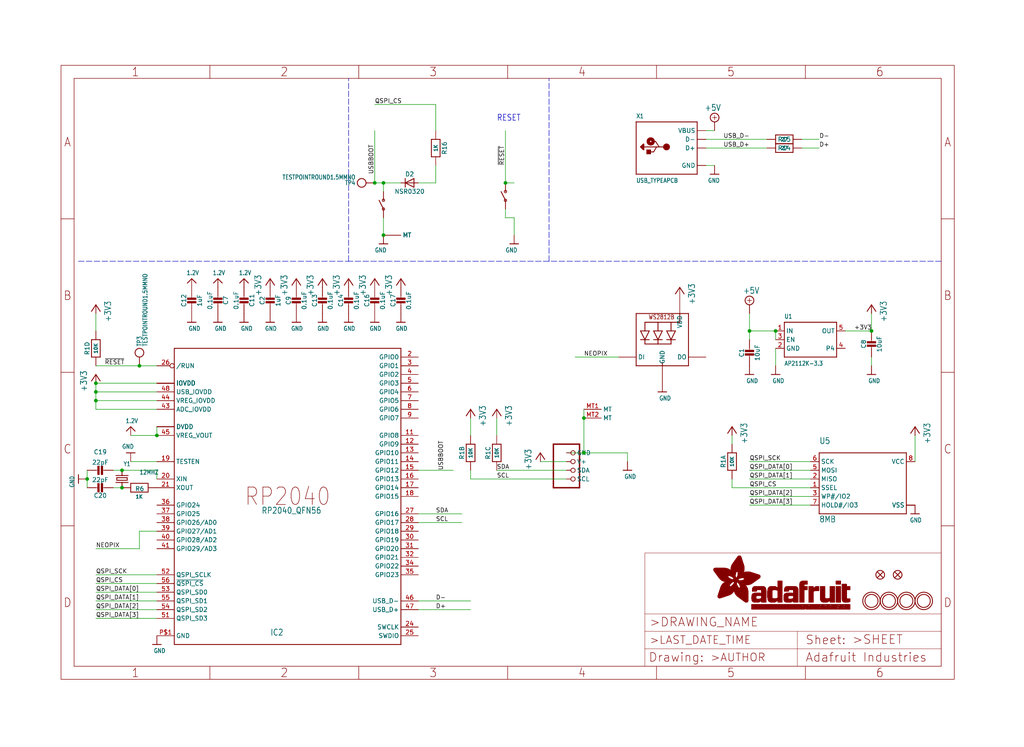
<source format=kicad_sch>
(kicad_sch (version 20211123) (generator eeschema)
  (paper "User" 298.45 217.881)
  (lib_symbols
    (symbol "eagleSchem-eagle-import:+3V3" (power)
      (property "Value" "+3V3" (at -2.54 -5.08 90))
      (symbol "+3V3_1_0"
        (pin power_in line (at 0 -2.54 90) (length 2.54) (name "+3V3") (number "1"))
      )
    )
    (symbol "eagleSchem-eagle-import:+5V" (power)
      (property "Value" "+5V" (at -1.905 3.175 0))
      (symbol "+5V_1_0"
        (pin power_in line (at 0 -2.54 90) (length 2.54) (name "+5V") (number "1"))
      )
    )
    (symbol "eagleSchem-eagle-import:1.2V" (power)
      (property "Value" "1.2V" (at -1.524 1.016 0))
      (symbol "1.2V_1_0"
        (pin power_in line (at 0 -2.54 90) (length 2.54) (name "1.2V") (number "1"))
      )
    )
    (symbol "eagleSchem-eagle-import:CAP_CERAMIC0603_NO"
      (property "Reference" "C" (at -2.29 1.25 90))
      (property "Value" "CAP_CERAMIC0603_NO" (at 2.3 1.25 90))
      (symbol "CAP_CERAMIC0603_NO_1_0"
        (pin passive line (at 0 5.08 270) (length 2.54) (name "1") (number "1"))
        (pin passive line (at 0 -2.54 90) (length 2.54) (name "2") (number "2"))
      )
    )
    (symbol "eagleSchem-eagle-import:CAP_CERAMIC0805-NOOUTLINE"
      (property "Reference" "C" (at -2.29 1.25 90))
      (property "Value" "CAP_CERAMIC0805-NOOUTLINE" (at 2.3 1.25 90))
      (symbol "CAP_CERAMIC0805-NOOUTLINE_1_0"
        (pin passive line (at 0 5.08 270) (length 2.54) (name "1") (number "1"))
        (pin passive line (at 0 -2.54 90) (length 2.54) (name "2") (number "2"))
      )
    )
    (symbol "eagleSchem-eagle-import:CAP_CERAMIC_0603MP"
      (property "Reference" "C" (at -2.29 1.25 90))
      (property "Value" "CAP_CERAMIC_0603MP" (at 2.3 1.25 90))
      (symbol "CAP_CERAMIC_0603MP_1_0"
        (pin passive line (at 0 5.08 270) (length 2.54) (name "1") (number "1"))
        (pin passive line (at 0 -2.54 90) (length 2.54) (name "2") (number "2"))
      )
    )
    (symbol "eagleSchem-eagle-import:CRYSTAL2.5X2.0"
      (property "Reference" "Y" (at -2.54 2.54 0))
      (property "Value" "CRYSTAL2.5X2.0" (at -2.54 -3.81 0))
      (symbol "CRYSTAL2.5X2.0_1_0"
        (pin passive line (at -2.54 0 0) (length 0) (name "1") (number "1"))
        (pin passive line (at 2.54 0 180) (length 0) (name "2") (number "3"))
      )
    )
    (symbol "eagleSchem-eagle-import:DIODE_SOD323MINI"
      (property "Reference" "D" (at 0 2.54 0))
      (property "Value" "DIODE_SOD323MINI" (at 0 -2.5 0))
      (symbol "DIODE_SOD323MINI_1_0"
        (pin passive line (at -2.54 0 0) (length 2.54) (name "A") (number "A"))
        (pin passive line (at 2.54 0 180) (length 2.54) (name "C") (number "C"))
      )
    )
    (symbol "eagleSchem-eagle-import:FIDUCIAL_1MM")
    (symbol "eagleSchem-eagle-import:FRAME_A4_ADAFRUIT"
      (symbol "FRAME_A4_ADAFRUIT_0_0"
        (text "1" (at 21.6958 1.905 0) (effects (font (size 2.54 2.286))))
        (text "1" (at 21.6958 177.165 0) (effects (font (size 2.54 2.286))))
        (text "2" (at 65.0875 1.905 0) (effects (font (size 2.54 2.286))))
        (text "2" (at 65.0875 177.165 0) (effects (font (size 2.54 2.286))))
        (text "3" (at 108.4792 1.905 0) (effects (font (size 2.54 2.286))))
        (text "3" (at 108.4792 177.165 0) (effects (font (size 2.54 2.286))))
        (text "4" (at 151.8708 1.905 0) (effects (font (size 2.54 2.286))))
        (text "4" (at 151.8708 177.165 0) (effects (font (size 2.54 2.286))))
        (text "5" (at 195.2625 1.905 0) (effects (font (size 2.54 2.286))))
        (text "5" (at 195.2625 177.165 0) (effects (font (size 2.54 2.286))))
        (text "6" (at 238.6542 1.905 0) (effects (font (size 2.54 2.286))))
        (text "6" (at 238.6542 177.165 0) (effects (font (size 2.54 2.286))))
        (text "A" (at 1.905 156.6863 0) (effects (font (size 2.54 2.286))))
        (text "A" (at 258.445 156.6863 0) (effects (font (size 2.54 2.286))))
        (text "B" (at 1.905 111.9188 0) (effects (font (size 2.54 2.286))))
        (text "B" (at 258.445 111.9188 0) (effects (font (size 2.54 2.286))))
        (text "C" (at 1.905 67.1513 0) (effects (font (size 2.54 2.286))))
        (text "C" (at 258.445 67.1513 0) (effects (font (size 2.54 2.286))))
        (text "D" (at 1.905 22.3838 0) (effects (font (size 2.54 2.286))))
        (text "D" (at 258.445 22.3838 0) (effects (font (size 2.54 2.286))))
      )
      (symbol "FRAME_A4_ADAFRUIT_1_0"
        (text ">AUTHOR" (at 189.23 5.08 0) (effects (font (size 2.286 2.286)) (justify left bottom)))
        (text ">DRAWING_NAME" (at 171.45 15.24 0) (effects (font (size 2.54 2.54)) (justify left bottom)))
        (text ">LAST_DATE_TIME" (at 171.45 10.16 0) (effects (font (size 2.286 2.286)) (justify left bottom)))
        (text ">SHEET" (at 230.505 10.16 0) (effects (font (size 2.54 2.54)) (justify left bottom)))
        (text "Adafruit Industries" (at 216.916 4.953 0) (effects (font (size 2.54 2.54)) (justify left bottom)))
        (text "Drawing:" (at 171.196 4.953 0) (effects (font (size 2.54 2.54)) (justify left bottom)))
        (text "Sheet:" (at 216.916 10.033 0) (effects (font (size 2.54 2.54)) (justify left bottom)))
      )
    )
    (symbol "eagleSchem-eagle-import:GND" (power)
      (property "Value" "GND" (at -1.524 -2.54 0))
      (symbol "GND_1_0"
        (pin power_in line (at 0 2.54 270) (length 2.54) (name "GND") (number "1"))
      )
    )
    (symbol "eagleSchem-eagle-import:MOUNTINGHOLE2.5")
    (symbol "eagleSchem-eagle-import:RESISTOR_0603_NOOUT"
      (property "Reference" "R" (at 0 2.54 0))
      (property "Value" "RESISTOR_0603_NOOUT" (at 0 0 0))
      (symbol "RESISTOR_0603_NOOUT_1_0"
        (pin passive line (at -5.08 0 0) (length 2.54) (name "1") (number "1"))
        (pin passive line (at 5.08 0 180) (length 2.54) (name "2") (number "2"))
      )
    )
    (symbol "eagleSchem-eagle-import:RESISTOR_4PACK"
      (property "Reference" "R" (at 0 2.54 0))
      (property "Value" "RESISTOR_4PACK" (at 0 0 0))
      (symbol "RESISTOR_4PACK_1_0"
        (pin passive line (at -5.08 0 0) (length 2.54) (name "1") (number "1"))
        (pin passive line (at 5.08 0 180) (length 2.54) (name "2") (number "8"))
      )
      (symbol "RESISTOR_4PACK_2_0"
        (pin passive line (at -5.08 0 0) (length 2.54) (name "1") (number "2"))
        (pin passive line (at 5.08 0 180) (length 2.54) (name "2") (number "7"))
      )
      (symbol "RESISTOR_4PACK_3_0"
        (pin passive line (at -5.08 0 0) (length 2.54) (name "1") (number "3"))
        (pin passive line (at 5.08 0 180) (length 2.54) (name "2") (number "6"))
      )
      (symbol "RESISTOR_4PACK_4_0"
        (pin passive line (at -5.08 0 0) (length 2.54) (name "1") (number "4"))
        (pin passive line (at 5.08 0 180) (length 2.54) (name "2") (number "5"))
      )
    )
    (symbol "eagleSchem-eagle-import:RP2040_QFN56"
      (property "Reference" "IC" (at -5.08 -40.64 0))
      (property "Value" "RP2040_QFN56" (at -27.94 45.72 0))
      (symbol "RP2040_QFN56_1_0"
        (text "RP2040" (at 0 0 0) (effects (font (size 5.08 4.318))))
        (pin power_in line (at -38.1 33.02 0) (length 5.08) (name "IOVDD") (number "1"))
        (pin power_in line (at -38.1 33.02 0) (length 5.08) (name "IOVDD") (number "10"))
        (pin bidirectional line (at 38.1 17.78 180) (length 5.08) (name "GPIO8") (number "11"))
        (pin bidirectional line (at 38.1 15.24 180) (length 5.08) (name "GPIO9") (number "12"))
        (pin bidirectional line (at 38.1 12.7 180) (length 5.08) (name "GPIO10") (number "13"))
        (pin bidirectional line (at 38.1 10.16 180) (length 5.08) (name "GPIO11") (number "14"))
        (pin bidirectional line (at 38.1 7.62 180) (length 5.08) (name "GPIO12") (number "15"))
        (pin bidirectional line (at 38.1 5.08 180) (length 5.08) (name "GPIO13") (number "16"))
        (pin bidirectional line (at 38.1 2.54 180) (length 5.08) (name "GPIO14") (number "17"))
        (pin bidirectional line (at 38.1 0 180) (length 5.08) (name "GPIO15") (number "18"))
        (pin input line (at -38.1 10.16 0) (length 5.08) (name "TESTEN") (number "19"))
        (pin bidirectional line (at 38.1 40.64 180) (length 5.08) (name "GPIO0") (number "2"))
        (pin input line (at -38.1 5.08 0) (length 5.08) (name "XIN") (number "20"))
        (pin output line (at -38.1 2.54 0) (length 5.08) (name "XOUT") (number "21"))
        (pin power_in line (at -38.1 33.02 0) (length 5.08) (name "IOVDD") (number "22"))
        (pin power_in line (at -38.1 20.32 0) (length 5.08) (name "DVDD") (number "23"))
        (pin bidirectional line (at 38.1 -38.1 180) (length 5.08) (name "SWCLK") (number "24"))
        (pin bidirectional line (at 38.1 -40.64 180) (length 5.08) (name "SWDIO") (number "25"))
        (pin bidirectional inverted (at -38.1 38.1 0) (length 5.08) (name "/RUN") (number "26"))
        (pin bidirectional line (at 38.1 -5.08 180) (length 5.08) (name "GPIO16") (number "27"))
        (pin bidirectional line (at 38.1 -7.62 180) (length 5.08) (name "GPIO17") (number "28"))
        (pin bidirectional line (at 38.1 -10.16 180) (length 5.08) (name "GPIO18") (number "29"))
        (pin bidirectional line (at 38.1 38.1 180) (length 5.08) (name "GPIO1") (number "3"))
        (pin bidirectional line (at 38.1 -12.7 180) (length 5.08) (name "GPIO19") (number "30"))
        (pin bidirectional line (at 38.1 -15.24 180) (length 5.08) (name "GPIO20") (number "31"))
        (pin bidirectional line (at 38.1 -17.78 180) (length 5.08) (name "GPIO21") (number "32"))
        (pin power_in line (at -38.1 33.02 0) (length 5.08) (name "IOVDD") (number "33"))
        (pin bidirectional line (at 38.1 -20.32 180) (length 5.08) (name "GPIO22") (number "34"))
        (pin bidirectional line (at 38.1 -22.86 180) (length 5.08) (name "GPIO23") (number "35"))
        (pin bidirectional line (at -38.1 -2.54 0) (length 5.08) (name "GPIO24") (number "36"))
        (pin bidirectional line (at -38.1 -5.08 0) (length 5.08) (name "GPIO25") (number "37"))
        (pin bidirectional line (at -38.1 -7.62 0) (length 5.08) (name "GPIO26/AD0") (number "38"))
        (pin bidirectional line (at -38.1 -10.16 0) (length 5.08) (name "GPIO27/AD1") (number "39"))
        (pin bidirectional line (at 38.1 35.56 180) (length 5.08) (name "GPIO2") (number "4"))
        (pin bidirectional line (at -38.1 -12.7 0) (length 5.08) (name "GPIO28/AD2") (number "40"))
        (pin bidirectional line (at -38.1 -15.24 0) (length 5.08) (name "GPIO29/AD3") (number "41"))
        (pin power_in line (at -38.1 33.02 0) (length 5.08) (name "IOVDD") (number "42"))
        (pin power_in line (at -38.1 25.4 0) (length 5.08) (name "ADC_IOVDD") (number "43"))
        (pin power_in line (at -38.1 27.94 0) (length 5.08) (name "VREG_IOVDD") (number "44"))
        (pin power_in line (at -38.1 17.78 0) (length 5.08) (name "VREG_VOUT") (number "45"))
        (pin bidirectional line (at 38.1 -30.48 180) (length 5.08) (name "USB_D-") (number "46"))
        (pin bidirectional line (at 38.1 -33.02 180) (length 5.08) (name "USB_D+") (number "47"))
        (pin power_in line (at -38.1 30.48 0) (length 5.08) (name "USB_IOVDD") (number "48"))
        (pin power_in line (at -38.1 33.02 0) (length 5.08) (name "IOVDD") (number "49"))
        (pin bidirectional line (at 38.1 33.02 180) (length 5.08) (name "GPIO3") (number "5"))
        (pin power_in line (at -38.1 20.32 0) (length 5.08) (name "DVDD") (number "50"))
        (pin bidirectional line (at -38.1 -35.56 0) (length 5.08) (name "QSPI_SD3") (number "51"))
        (pin bidirectional line (at -38.1 -22.86 0) (length 5.08) (name "QSPI_SCLK") (number "52"))
        (pin bidirectional line (at -38.1 -27.94 0) (length 5.08) (name "QSPI_SD0") (number "53"))
        (pin bidirectional line (at -38.1 -33.02 0) (length 5.08) (name "QSPI_SD2") (number "54"))
        (pin bidirectional line (at -38.1 -30.48 0) (length 5.08) (name "QSPI_SD1") (number "55"))
        (pin bidirectional line (at -38.1 -25.4 0) (length 5.08) (name "~{QSPI_CS}") (number "56"))
        (pin bidirectional line (at 38.1 30.48 180) (length 5.08) (name "GPIO4") (number "6"))
        (pin bidirectional line (at 38.1 27.94 180) (length 5.08) (name "GPIO5") (number "7"))
        (pin bidirectional line (at 38.1 25.4 180) (length 5.08) (name "GPIO6") (number "8"))
        (pin bidirectional line (at 38.1 22.86 180) (length 5.08) (name "GPIO7") (number "9"))
        (pin power_in line (at -38.1 -40.64 0) (length 5.08) (name "GND") (number "P$1"))
      )
    )
    (symbol "eagleSchem-eagle-import:SPIFLASH_8PIN_4X4"
      (property "Reference" "U" (at -12.7 12.7 0))
      (property "Value" "SPIFLASH_8PIN_4X4" (at -12.7 -10.16 0))
      (symbol "SPIFLASH_8PIN_4X4_1_0"
        (pin bidirectional line (at -15.24 0 0) (length 2.54) (name "SSEL") (number "1"))
        (pin bidirectional line (at -15.24 2.54 0) (length 2.54) (name "MISO") (number "2"))
        (pin bidirectional line (at -15.24 -2.54 0) (length 2.54) (name "WP#/IO2") (number "3"))
        (pin bidirectional line (at 15.24 -5.08 180) (length 2.54) (name "VSS") (number "4"))
        (pin bidirectional line (at -15.24 5.08 0) (length 2.54) (name "MOSI") (number "5"))
        (pin bidirectional line (at -15.24 7.62 0) (length 2.54) (name "SCK") (number "6"))
        (pin bidirectional line (at -15.24 -5.08 0) (length 2.54) (name "HOLD#/IO3") (number "7"))
        (pin bidirectional line (at 15.24 7.62 180) (length 2.54) (name "VCC") (number "8"))
        (pin bidirectional line (at 15.24 -5.08 180) (length 2.54) (name "VSS") (number "PAD"))
      )
    )
    (symbol "eagleSchem-eagle-import:STEMMA_I2C_QTSKINNY"
      (symbol "STEMMA_I2C_QTSKINNY_1_0"
        (pin passive inverted (at 0 5.08 0) (length 2.54) (name "GND") (number "1"))
        (pin passive inverted (at 0 2.54 0) (length 2.54) (name "V+") (number "2"))
        (pin passive inverted (at 0 0 0) (length 2.54) (name "SDA") (number "3"))
        (pin passive inverted (at 0 -2.54 0) (length 2.54) (name "SCL") (number "4"))
      )
      (symbol "STEMMA_I2C_QTSKINNY_2_0"
        (pin bidirectional line (at 0 0 0) (length 5.08) (name "MT") (number "MT1"))
      )
      (symbol "STEMMA_I2C_QTSKINNY_3_0"
        (pin bidirectional line (at 0 0 0) (length 5.08) (name "MT") (number "MT2"))
      )
    )
    (symbol "eagleSchem-eagle-import:SWITCH_SPST_TACT_RA"
      (symbol "SWITCH_SPST_TACT_RA_1_0"
        (pin passive line (at -5.08 0 0) (length 2.54) (name "P") (number "1"))
        (pin passive line (at 2.54 0 180) (length 2.54) (name "S") (number "2"))
      )
      (symbol "SWITCH_SPST_TACT_RA_2_0"
        (pin bidirectional line (at 0 0 0) (length 5.08) (name "MT") (number "MT1"))
        (pin bidirectional line (at 0 0 0) (length 5.08) (name "MT") (number "MT2"))
      )
    )
    (symbol "eagleSchem-eagle-import:TESTPOINTROUND1.5MMNO"
      (property "Reference" "TP" (at 0 5.588 90))
      (property "Value" "TESTPOINTROUND1.5MMNO" (at 1.651 5.588 90))
      (symbol "TESTPOINTROUND1.5MMNO_1_0"
        (pin bidirectional line (at 0 0 90) (length 2.54) (name "P$1") (number "P$1"))
      )
    )
    (symbol "eagleSchem-eagle-import:USB_TYPEAPCB"
      (property "Reference" "X" (at -10.16 8.636 0))
      (property "Value" "USB_TYPEAPCB" (at -10.16 -10.16 0))
      (symbol "USB_TYPEAPCB_1_0"
        (pin power_in line (at 10.16 -5.08 180) (length 2.54) (name "GND") (number "GND"))
        (pin bidirectional line (at 10.16 2.54 180) (length 2.54) (name "D-") (number "USB_NEG"))
        (pin bidirectional line (at 10.16 0 180) (length 2.54) (name "D+") (number "USB_PLUS"))
        (pin power_in line (at 10.16 5.08 180) (length 2.54) (name "VBUS") (number "VCC"))
      )
    )
    (symbol "eagleSchem-eagle-import:VREG_SOT23-5"
      (property "Reference" "U" (at -7.62 6.096 0))
      (property "Value" "VREG_SOT23-5" (at -7.62 -7.62 0))
      (symbol "VREG_SOT23-5_1_0"
        (pin power_in line (at -10.16 2.54 0) (length 2.54) (name "IN") (number "1"))
        (pin power_in line (at -10.16 -2.54 0) (length 2.54) (name "GND") (number "2"))
        (pin input line (at -10.16 0 0) (length 2.54) (name "EN") (number "3"))
        (pin bidirectional line (at 10.16 -2.54 180) (length 2.54) (name "P4") (number "4"))
        (pin power_in line (at 10.16 2.54 180) (length 2.54) (name "OUT") (number "5"))
      )
    )
    (symbol "eagleSchem-eagle-import:WS2812B_SK6805_1515"
      (symbol "WS2812B_SK6805_1515_1_0"
        (text "WS2812B" (at -4.064 8.382 0) (effects (font (size 1.27 1.0795)) (justify left bottom)))
        (pin input line (at -12.7 -2.54 0) (length 5.08) (name "DI") (number "1"))
        (pin power_in line (at 5.08 15.24 270) (length 5.08) (name "VDD") (number "2"))
        (pin output line (at 12.7 -2.54 180) (length 5.08) (name "DO") (number "3"))
        (pin power_in line (at 0 -10.16 90) (length 5.08) (name "GND") (number "4"))
      )
    )
  )
  (junction (at 109.22 53.34))
  (junction (at 40.64 106.68))
  (junction (at 27.94 114.3))
  (junction (at 254 96.52))
  (junction (at 27.94 116.84))
  (junction (at 111.76 68.58))
  (junction (at 27.94 111.76))
  (junction (at 170.18 121.92))
  (junction (at 147.32 53.34))
  (junction (at 170.18 132.08))
  (junction (at 35.56 142.24))
  (junction (at 218.44 96.52))
  (junction (at 226.06 96.52))
  (junction (at 45.72 127))
  (junction (at 35.56 137.16))
  (junction (at 25.4 139.7))
  (junction (at 111.76 53.34))
  (polyline (pts (xy 160.02 76.2) (xy 160.02 22.86)))
  (wire (pts (xy 111.76 55.88) (xy 111.76 53.34)))
  (wire (pts (xy 170.18 121.92) (xy 170.18 132.08)))
  (wire (pts (xy 236.22 134.62) (xy 218.44 134.62)))
  (wire (pts (xy 165.1 139.7) (xy 137.16 139.7)))
  (polyline (pts (xy 274.32 76.2) (xy 160.02 76.2)))
  (wire (pts (xy 25.4 139.7) (xy 25.4 137.16)))
  (wire (pts (xy 236.22 139.7) (xy 218.44 139.7)))
  (wire (pts (xy 213.36 139.7) (xy 213.36 142.24)))
  (wire (pts (xy 218.44 96.52) (xy 226.06 96.52)))
  (wire (pts (xy 127 38.1) (xy 127 30.48)))
  (wire (pts (xy 147.32 63.5) (xy 149.86 63.5)))
  (wire (pts (xy 27.94 116.84) (xy 27.94 114.3)))
  (wire (pts (xy 40.64 106.68) (xy 27.94 106.68)))
  (wire (pts (xy 149.86 53.34) (xy 147.32 53.34)))
  (wire (pts (xy 137.16 139.7) (xy 137.16 137.16)))
  (wire (pts (xy 182.88 132.08) (xy 182.88 134.62)))
  (wire (pts (xy 45.72 119.38) (xy 27.94 119.38)))
  (wire (pts (xy 127 30.48) (xy 109.22 30.48)))
  (wire (pts (xy 27.94 119.38) (xy 27.94 116.84)))
  (wire (pts (xy 213.36 142.24) (xy 236.22 142.24)))
  (wire (pts (xy 45.72 167.64) (xy 27.94 167.64)))
  (wire (pts (xy 45.72 170.18) (xy 27.94 170.18)))
  (wire (pts (xy 45.72 114.3) (xy 27.94 114.3)))
  (polyline (pts (xy 22.86 76.2) (xy 101.6 76.2)))
  (wire (pts (xy 121.92 152.4) (xy 134.62 152.4)))
  (wire (pts (xy 35.56 137.16) (xy 33.02 137.16)))
  (wire (pts (xy 226.06 101.6) (xy 226.06 106.68)))
  (wire (pts (xy 45.72 116.84) (xy 27.94 116.84)))
  (wire (pts (xy 40.64 160.02) (xy 27.94 160.02)))
  (wire (pts (xy 27.94 114.3) (xy 27.94 111.76)))
  (wire (pts (xy 147.32 53.34) (xy 147.32 38.1)))
  (wire (pts (xy 121.92 53.34) (xy 127 53.34)))
  (wire (pts (xy 223.52 40.64) (xy 205.74 40.64)))
  (wire (pts (xy 27.94 177.8) (xy 45.72 177.8)))
  (wire (pts (xy 38.1 127) (xy 45.72 127)))
  (wire (pts (xy 45.72 134.62) (xy 38.1 134.62)))
  (wire (pts (xy 109.22 53.34) (xy 111.76 53.34)))
  (wire (pts (xy 121.92 177.8) (xy 137.16 177.8)))
  (wire (pts (xy 246.38 96.52) (xy 254 96.52)))
  (wire (pts (xy 45.72 111.76) (xy 27.94 111.76)))
  (wire (pts (xy 27.94 175.26) (xy 45.72 175.26)))
  (wire (pts (xy 254 91.44) (xy 254 96.52)))
  (wire (pts (xy 111.76 53.34) (xy 116.84 53.34)))
  (wire (pts (xy 165.1 132.08) (xy 170.18 132.08)))
  (wire (pts (xy 27.94 180.34) (xy 45.72 180.34)))
  (wire (pts (xy 27.94 172.72) (xy 45.72 172.72)))
  (wire (pts (xy 170.18 132.08) (xy 182.88 132.08)))
  (polyline (pts (xy 160.02 76.2) (xy 101.6 76.2)))
  (wire (pts (xy 45.72 137.16) (xy 45.72 139.7)))
  (wire (pts (xy 205.74 38.1) (xy 208.28 38.1)))
  (wire (pts (xy 170.18 119.38) (xy 170.18 121.92)))
  (wire (pts (xy 226.06 99.06) (xy 226.06 96.52)))
  (wire (pts (xy 27.94 91.44) (xy 27.94 96.52)))
  (wire (pts (xy 233.68 43.18) (xy 238.76 43.18)))
  (wire (pts (xy 213.36 127) (xy 213.36 129.54)))
  (wire (pts (xy 205.74 48.26) (xy 208.28 48.26)))
  (wire (pts (xy 111.76 63.5) (xy 111.76 68.58)))
  (wire (pts (xy 40.64 154.94) (xy 40.64 160.02)))
  (wire (pts (xy 165.1 134.62) (xy 157.48 134.62)))
  (wire (pts (xy 137.16 121.92) (xy 137.16 127)))
  (wire (pts (xy 109.22 53.34) (xy 109.22 38.1)))
  (wire (pts (xy 165.1 137.16) (xy 144.78 137.16)))
  (wire (pts (xy 218.44 91.44) (xy 218.44 96.52)))
  (wire (pts (xy 254 106.68) (xy 254 104.14)))
  (wire (pts (xy 121.92 149.86) (xy 134.62 149.86)))
  (wire (pts (xy 149.86 63.5) (xy 149.86 68.58)))
  (wire (pts (xy 236.22 144.78) (xy 218.44 144.78)))
  (wire (pts (xy 121.92 175.26) (xy 137.16 175.26)))
  (polyline (pts (xy 101.6 76.2) (xy 101.6 22.86)))
  (wire (pts (xy 45.72 154.94) (xy 40.64 154.94)))
  (wire (pts (xy 35.56 137.16) (xy 45.72 137.16)))
  (wire (pts (xy 218.44 99.06) (xy 218.44 96.52)))
  (wire (pts (xy 127 53.34) (xy 127 48.26)))
  (wire (pts (xy 218.44 147.32) (xy 236.22 147.32)))
  (wire (pts (xy 33.02 142.24) (xy 35.56 142.24)))
  (wire (pts (xy 180.34 104.14) (xy 167.64 104.14)))
  (wire (pts (xy 25.4 142.24) (xy 25.4 139.7)))
  (wire (pts (xy 205.74 43.18) (xy 223.52 43.18)))
  (wire (pts (xy 121.92 137.16) (xy 132.08 137.16)))
  (wire (pts (xy 45.72 124.46) (xy 45.72 127)))
  (wire (pts (xy 218.44 137.16) (xy 236.22 137.16)))
  (wire (pts (xy 45.72 106.68) (xy 40.64 106.68)))
  (wire (pts (xy 266.7 127) (xy 266.7 134.62)))
  (wire (pts (xy 144.78 121.92) (xy 144.78 127)))
  (wire (pts (xy 147.32 60.96) (xy 147.32 63.5)))
  (wire (pts (xy 238.76 40.64) (xy 233.68 40.64)))
  (text "RESET" (at 144.78 35.56 180) (effects (font (size 1.778 1.5113)) (justify left bottom)))
  (label "QSPI_DATA[2]" (at 218.44 144.78 0) (effects (font (size 1.2446 1.2446))))
  (label "NEOPIX" (at 27.94 160.02 0) (effects (font (size 1.2446 1.2446))))
  (label "QSPI_CS" (at 218.44 142.24 0) (effects (font (size 1.2446 1.2446))))
  (label "QSPI_DATA[3]" (at 27.94 180.34 0) (effects (font (size 1.2446 1.2446))))
  (label "QSPI_CS" (at 27.94 170.18 0) (effects (font (size 1.2446 1.2446))))
  (label "NEOPIX" (at 170.18 104.14 0) (effects (font (size 1.2446 1.2446))))
  (label "SCL" (at 144.78 139.7 0) (effects (font (size 1.2446 1.2446))))
  (label "QSPI_DATA[3]" (at 218.44 147.32 0) (effects (font (size 1.2446 1.2446))))
  (label "SDA" (at 127 149.86 0) (effects (font (size 1.2446 1.2446))))
  (label "D+" (at 127 177.8 0) (effects (font (size 1.2446 1.2446))))
  (label "USBBOOT" (at 109.22 50.8 90) (effects (font (size 1.2446 1.2446))))
  (label "QSPI_DATA[2]" (at 27.94 177.8 0) (effects (font (size 1.2446 1.2446))))
  (label "~{RESET}" (at 30.48 106.68 0) (effects (font (size 1.2446 1.2446))))
  (label "SDA" (at 144.78 137.16 0) (effects (font (size 1.2446 1.2446))))
  (label "USB_D+" (at 210.82 43.18 0) (effects (font (size 1.2446 1.2446))))
  (label "D+" (at 238.76 43.18 0) (effects (font (size 1.2446 1.2446))))
  (label "QSPI_DATA[0]" (at 27.94 172.72 0) (effects (font (size 1.2446 1.2446))))
  (label "USBBOOT" (at 129.54 137.16 90) (effects (font (size 1.2446 1.2446))))
  (label "QSPI_CS" (at 109.22 30.48 0) (effects (font (size 1.2446 1.2446))))
  (label "D-" (at 238.76 40.64 0) (effects (font (size 1.2446 1.2446))))
  (label "QSPI_SCK" (at 27.94 167.64 0) (effects (font (size 1.2446 1.2446))))
  (label "QSPI_SCK" (at 218.44 134.62 0) (effects (font (size 1.2446 1.2446))))
  (label "USB_D-" (at 210.82 40.64 0) (effects (font (size 1.2446 1.2446))))
  (label "+3V3" (at 248.92 96.52 0) (effects (font (size 1.2446 1.2446))))
  (label "QSPI_DATA[1]" (at 27.94 175.26 0) (effects (font (size 1.2446 1.2446))))
  (label "D-" (at 127 175.26 0) (effects (font (size 1.2446 1.2446))))
  (label "~{RESET}" (at 147.32 48.26 90) (effects (font (size 1.2446 1.2446))))
  (label "QSPI_DATA[0]" (at 218.44 137.16 0) (effects (font (size 1.2446 1.2446))))
  (label "QSPI_DATA[1]" (at 218.44 139.7 0) (effects (font (size 1.2446 1.2446))))
  (label "SCL" (at 127 152.4 0) (effects (font (size 1.2446 1.2446))))
  (symbol (lib_id "eagleSchem-eagle-import:+3V3") (at 86.36 81.28 0) (unit 1)
    (property "Reference" "#+3V11" (effects hide))
    (property "Value" "+3V3" (at 83.82 86.36 90) (effects (font (size 1.778 1.5113)) (justify left bottom)))
    (property "Footprint" "eagleSchem:" (effects hide))
  )
  (symbol (lib_id "eagleSchem-eagle-import:GND") (at 45.72 187.96 0) (mirror y) (unit 1)
    (property "Reference" "#GND16" (effects hide))
    (property "Value" "GND" (at 48.26 190.5 0) (effects (font (size 1.27 1.0795)) (justify left bottom)))
    (property "Footprint" "eagleSchem:" (effects hide))
  )
  (symbol (lib_id "eagleSchem-eagle-import:CAP_CERAMIC0603_NO") (at 71.12 86.36 180) (unit 1)
    (property "Reference" "C11" (at 73.41 87.61 90))
    (property "Value" "0.1uF" (at 68.82 87.61 90))
    (property "Footprint" "eagleSchem:0603-NO" (effects hide))
  )
  (symbol (lib_id "eagleSchem-eagle-import:GND") (at 93.98 93.98 0) (unit 1)
    (property "Reference" "#U$49" (effects hide))
    (property "Value" "GND" (at 92.456 96.52 0) (effects (font (size 1.27 1.0795)) (justify left bottom)))
    (property "Footprint" "eagleSchem:" (effects hide))
  )
  (symbol (lib_id "eagleSchem-eagle-import:RESISTOR_0603_NOOUT") (at 127 43.18 270) (unit 1)
    (property "Reference" "R16" (at 129.54 43.18 0))
    (property "Value" "1K" (at 127 43.18 0) (effects (font (size 1.016 1.016) bold)))
    (property "Footprint" "eagleSchem:0603-NO" (effects hide))
  )
  (symbol (lib_id "eagleSchem-eagle-import:RESISTOR_0603_NOOUT") (at 40.64 142.24 0) (unit 1)
    (property "Reference" "R6" (at 39.37 143.2814 0) (effects (justify left bottom)))
    (property "Value" "1K" (at 39.37 145.542 0) (effects (font (size 1.016 1.016) bold) (justify left bottom)))
    (property "Footprint" "eagleSchem:0603-NO" (effects hide))
  )
  (symbol (lib_id "eagleSchem-eagle-import:CAP_CERAMIC0603_NO") (at 78.74 88.9 0) (unit 1)
    (property "Reference" "C2" (at 76.45 87.65 90))
    (property "Value" "1uF" (at 81.04 87.65 90))
    (property "Footprint" "eagleSchem:0603-NO" (effects hide))
  )
  (symbol (lib_id "eagleSchem-eagle-import:GND") (at 86.36 93.98 0) (unit 1)
    (property "Reference" "#U$48" (effects hide))
    (property "Value" "GND" (at 84.836 96.52 0) (effects (font (size 1.27 1.0795)) (justify left bottom)))
    (property "Footprint" "eagleSchem:" (effects hide))
  )
  (symbol (lib_id "eagleSchem-eagle-import:+3V3") (at 198.12 83.82 0) (mirror y) (unit 1)
    (property "Reference" "#+3V2" (effects hide))
    (property "Value" "+3V3" (at 200.66 88.9 90) (effects (font (size 1.778 1.5113)) (justify left bottom)))
    (property "Footprint" "eagleSchem:" (effects hide))
  )
  (symbol (lib_id "eagleSchem-eagle-import:GND") (at 266.7 149.86 0) (unit 1)
    (property "Reference" "#U$26" (effects hide))
    (property "Value" "GND" (at 265.176 152.4 0) (effects (font (size 1.27 1.0795)) (justify left bottom)))
    (property "Footprint" "eagleSchem:" (effects hide))
  )
  (symbol (lib_id "eagleSchem-eagle-import:+3V3") (at 266.7 124.46 0) (mirror y) (unit 1)
    (property "Reference" "#+3V5" (effects hide))
    (property "Value" "+3V3" (at 269.24 129.54 90) (effects (font (size 1.778 1.5113)) (justify left bottom)))
    (property "Footprint" "eagleSchem:" (effects hide))
  )
  (symbol (lib_id "eagleSchem-eagle-import:+3V3") (at 27.94 109.22 0) (unit 1)
    (property "Reference" "#+3V6" (effects hide))
    (property "Value" "+3V3" (at 25.4 114.3 90) (effects (font (size 1.778 1.5113)) (justify left bottom)))
    (property "Footprint" "eagleSchem:" (effects hide))
  )
  (symbol (lib_id "eagleSchem-eagle-import:FIDUCIAL_1MM") (at 261.62 167.64 0) (unit 1)
    (property "Reference" "U$6" (effects hide))
    (property "Value" "FIDUCIAL_1MM" (effects hide))
    (property "Footprint" "eagleSchem:FIDUCIAL_1MM" (effects hide))
  )
  (symbol (lib_id "eagleSchem-eagle-import:CAP_CERAMIC0603_NO") (at 101.6 88.9 0) (unit 1)
    (property "Reference" "C14" (at 99.31 87.65 90))
    (property "Value" "0.1uF" (at 103.9 87.65 90))
    (property "Footprint" "eagleSchem:0603-NO" (effects hide))
  )
  (symbol (lib_id "eagleSchem-eagle-import:WS2812B_SK6805_1515") (at 193.04 101.6 0) (unit 1)
    (property "Reference" "LED1" (effects hide))
    (property "Value" "WS2812B_SK6805_1515" (effects hide))
    (property "Footprint" "eagleSchem:SK6805_1515" (effects hide))
  )
  (symbol (lib_id "eagleSchem-eagle-import:1.2V") (at 63.5 81.28 0) (unit 1)
    (property "Reference" "#U$43" (effects hide))
    (property "Value" "1.2V" (at 61.976 80.264 0) (effects (font (size 1.27 1.0795)) (justify left bottom)))
    (property "Footprint" "eagleSchem:" (effects hide))
  )
  (symbol (lib_id "eagleSchem-eagle-import:GND") (at 149.86 71.12 0) (unit 1)
    (property "Reference" "#GND4" (effects hide))
    (property "Value" "GND" (at 147.32 73.66 0) (effects (font (size 1.27 1.0795)) (justify left bottom)))
    (property "Footprint" "eagleSchem:" (effects hide))
  )
  (symbol (lib_id "eagleSchem-eagle-import:1.2V") (at 55.88 81.28 0) (unit 1)
    (property "Reference" "#U$46" (effects hide))
    (property "Value" "1.2V" (at 54.356 80.264 0) (effects (font (size 1.27 1.0795)) (justify left bottom)))
    (property "Footprint" "eagleSchem:" (effects hide))
  )
  (symbol (lib_id "eagleSchem-eagle-import:CAP_CERAMIC0603_NO") (at 55.88 88.9 0) (unit 1)
    (property "Reference" "C12" (at 53.59 87.65 90))
    (property "Value" "1uF" (at 58.18 87.65 90))
    (property "Footprint" "eagleSchem:0603-NO" (effects hide))
  )
  (symbol (lib_id "eagleSchem-eagle-import:GND") (at 182.88 137.16 0) (mirror y) (unit 1)
    (property "Reference" "#GND8" (effects hide))
    (property "Value" "GND" (at 185.42 139.7 0) (effects (font (size 1.27 1.0795)) (justify left bottom)))
    (property "Footprint" "eagleSchem:" (effects hide))
  )
  (symbol (lib_id "eagleSchem-eagle-import:+3V3") (at 254 88.9 0) (mirror y) (unit 1)
    (property "Reference" "#+3V1" (effects hide))
    (property "Value" "+3V3" (at 256.54 93.98 90) (effects (font (size 1.778 1.5113)) (justify left bottom)))
    (property "Footprint" "eagleSchem:" (effects hide))
  )
  (symbol (lib_id "eagleSchem-eagle-import:GND") (at 116.84 93.98 0) (unit 1)
    (property "Reference" "#U$53" (effects hide))
    (property "Value" "GND" (at 115.316 96.52 0) (effects (font (size 1.27 1.0795)) (justify left bottom)))
    (property "Footprint" "eagleSchem:" (effects hide))
  )
  (symbol (lib_id "eagleSchem-eagle-import:+3V3") (at 109.22 81.28 0) (unit 1)
    (property "Reference" "#+3V15" (effects hide))
    (property "Value" "+3V3" (at 106.68 86.36 90) (effects (font (size 1.778 1.5113)) (justify left bottom)))
    (property "Footprint" "eagleSchem:" (effects hide))
  )
  (symbol (lib_id "eagleSchem-eagle-import:GND") (at 63.5 93.98 0) (mirror y) (unit 1)
    (property "Reference" "#GND19" (effects hide))
    (property "Value" "GND" (at 66.04 96.52 0) (effects (font (size 1.27 1.0795)) (justify left bottom)))
    (property "Footprint" "eagleSchem:" (effects hide))
  )
  (symbol (lib_id "eagleSchem-eagle-import:RESISTOR_4PACK") (at 137.16 132.08 90) (unit 2)
    (property "Reference" "R1" (at 134.62 132.08 0))
    (property "Value" "10K" (at 137.16 132.08 0) (effects (font (size 1.016 1.016) bold)))
    (property "Footprint" "eagleSchem:RESPACK_4X0603" (effects hide))
  )
  (symbol (lib_id "eagleSchem-eagle-import:USB_TYPEAPCB") (at 195.58 43.18 0) (unit 1)
    (property "Reference" "X1" (at 185.42 34.544 0) (effects (font (size 1.27 1.0795)) (justify left bottom)))
    (property "Value" "USB_TYPEAPCB" (at 185.42 53.34 0) (effects (font (size 1.27 1.0795)) (justify left bottom)))
    (property "Footprint" "eagleSchem:USBA_PCB" (effects hide))
  )
  (symbol (lib_id "eagleSchem-eagle-import:FIDUCIAL_1MM") (at 256.54 167.64 0) (unit 1)
    (property "Reference" "U$8" (effects hide))
    (property "Value" "FIDUCIAL_1MM" (effects hide))
    (property "Footprint" "eagleSchem:FIDUCIAL_1MM" (effects hide))
  )
  (symbol (lib_id "eagleSchem-eagle-import:+3V3") (at 144.78 119.38 0) (mirror y) (unit 1)
    (property "Reference" "#+3V14" (effects hide))
    (property "Value" "+3V3" (at 147.32 124.46 90) (effects (font (size 1.778 1.5113)) (justify left bottom)))
    (property "Footprint" "eagleSchem:" (effects hide))
  )
  (symbol (lib_id "eagleSchem-eagle-import:CAP_CERAMIC_0603MP") (at 63.5 86.36 180) (unit 1)
    (property "Reference" "C7" (at 65.79 87.61 90))
    (property "Value" "0.1uF" (at 61.2 87.61 90))
    (property "Footprint" "eagleSchem:_0603MP" (effects hide))
  )
  (symbol (lib_id "eagleSchem-eagle-import:+3V3") (at 78.74 81.28 0) (unit 1)
    (property "Reference" "#+3V7" (effects hide))
    (property "Value" "+3V3" (at 76.2 86.36 90) (effects (font (size 1.778 1.5113)) (justify left bottom)))
    (property "Footprint" "eagleSchem:" (effects hide))
  )
  (symbol (lib_id "eagleSchem-eagle-import:GND") (at 226.06 109.22 0) (mirror y) (unit 1)
    (property "Reference" "#GND1" (effects hide))
    (property "Value" "GND" (at 228.6 111.76 0) (effects (font (size 1.27 1.0795)) (justify left bottom)))
    (property "Footprint" "eagleSchem:" (effects hide))
  )
  (symbol (lib_id "eagleSchem-eagle-import:MOUNTINGHOLE2.5") (at 269.24 175.26 0) (unit 1)
    (property "Reference" "U$5" (effects hide))
    (property "Value" "MOUNTINGHOLE2.5" (effects hide))
    (property "Footprint" "eagleSchem:MOUNTINGHOLE_2.5_PLATED" (effects hide))
  )
  (symbol (lib_id "eagleSchem-eagle-import:CAP_CERAMIC0603_NO") (at 109.22 88.9 0) (unit 1)
    (property "Reference" "C16" (at 106.93 87.65 90))
    (property "Value" "0.1uF" (at 111.52 87.65 90))
    (property "Footprint" "eagleSchem:0603-NO" (effects hide))
  )
  (symbol (lib_id "eagleSchem-eagle-import:1.2V") (at 71.12 81.28 0) (unit 1)
    (property "Reference" "#U$45" (effects hide))
    (property "Value" "1.2V" (at 69.596 80.264 0) (effects (font (size 1.27 1.0795)) (justify left bottom)))
    (property "Footprint" "eagleSchem:" (effects hide))
  )
  (symbol (lib_id "eagleSchem-eagle-import:SWITCH_SPST_TACT_RA") (at 147.32 55.88 90) (unit 1)
    (property "Reference" "SW2" (effects hide))
    (property "Value" "SWITCH_SPST_TACT_RA" (effects hide))
    (property "Footprint" "eagleSchem:SPST_TACTILE_RA" (effects hide))
  )
  (symbol (lib_id "eagleSchem-eagle-import:SWITCH_SPST_TACT_RA") (at 111.76 58.42 90) (unit 1)
    (property "Reference" "SW3" (effects hide))
    (property "Value" "SWITCH_SPST_TACT_RA" (effects hide))
    (property "Footprint" "eagleSchem:SPST_TACTILE_RA" (effects hide))
  )
  (symbol (lib_id "eagleSchem-eagle-import:+3V3") (at 116.84 81.28 0) (unit 1)
    (property "Reference" "#+3V16" (effects hide))
    (property "Value" "+3V3" (at 114.3 86.36 90) (effects (font (size 1.778 1.5113)) (justify left bottom)))
    (property "Footprint" "eagleSchem:" (effects hide))
  )
  (symbol (lib_id "eagleSchem-eagle-import:GND") (at 193.04 114.3 0) (mirror y) (unit 1)
    (property "Reference" "#GND6" (effects hide))
    (property "Value" "GND" (at 195.58 116.84 0) (effects (font (size 1.27 1.0795)) (justify left bottom)))
    (property "Footprint" "eagleSchem:" (effects hide))
  )
  (symbol (lib_id "eagleSchem-eagle-import:RESISTOR_0603_NOOUT") (at 228.6 40.64 0) (unit 1)
    (property "Reference" "R14" (at 228.6 43.18 0))
    (property "Value" "27" (at 228.6 40.64 0) (effects (font (size 1.016 1.016) bold)))
    (property "Footprint" "eagleSchem:0603-NO" (effects hide))
  )
  (symbol (lib_id "eagleSchem-eagle-import:CAP_CERAMIC0805-NOOUTLINE") (at 218.44 104.14 0) (unit 1)
    (property "Reference" "C1" (at 216.15 102.89 90))
    (property "Value" "10uF" (at 220.74 102.89 90))
    (property "Footprint" "eagleSchem:0805-NO" (effects hide))
  )
  (symbol (lib_id "eagleSchem-eagle-import:RESISTOR_4PACK") (at 213.36 134.62 90) (unit 1)
    (property "Reference" "R1" (at 210.82 134.62 0))
    (property "Value" "10K" (at 213.36 134.62 0) (effects (font (size 1.016 1.016) bold)))
    (property "Footprint" "eagleSchem:RESPACK_4X0603" (effects hide))
  )
  (symbol (lib_id "eagleSchem-eagle-import:CAP_CERAMIC0805-NOOUTLINE") (at 254 101.6 0) (unit 1)
    (property "Reference" "C8" (at 251.71 100.35 90))
    (property "Value" "10uF" (at 256.3 100.35 90))
    (property "Footprint" "eagleSchem:0805-NO" (effects hide))
  )
  (symbol (lib_id "eagleSchem-eagle-import:GND") (at 22.86 139.7 270) (mirror x) (unit 1)
    (property "Reference" "#GND14" (effects hide))
    (property "Value" "GND" (at 20.32 142.24 0) (effects (font (size 1.27 1.0795)) (justify left bottom)))
    (property "Footprint" "eagleSchem:" (effects hide))
  )
  (symbol (lib_id "eagleSchem-eagle-import:GND") (at 109.22 93.98 0) (unit 1)
    (property "Reference" "#U$52" (effects hide))
    (property "Value" "GND" (at 107.696 96.52 0) (effects (font (size 1.27 1.0795)) (justify left bottom)))
    (property "Footprint" "eagleSchem:" (effects hide))
  )
  (symbol (lib_id "eagleSchem-eagle-import:+5V") (at 208.28 35.56 0) (mirror y) (unit 1)
    (property "Reference" "#SUPPLY2" (effects hide))
    (property "Value" "+5V" (at 210.185 32.385 0) (effects (font (size 1.778 1.5113)) (justify left bottom)))
    (property "Footprint" "eagleSchem:" (effects hide))
  )
  (symbol (lib_id "eagleSchem-eagle-import:GND") (at 78.74 93.98 0) (unit 1)
    (property "Reference" "#U$3" (effects hide))
    (property "Value" "GND" (at 77.216 96.52 0) (effects (font (size 1.27 1.0795)) (justify left bottom)))
    (property "Footprint" "eagleSchem:" (effects hide))
  )
  (symbol (lib_id "eagleSchem-eagle-import:STEMMA_I2C_QTSKINNY") (at 170.18 119.38 0) (unit 2)
    (property "Reference" "CONN1" (effects hide))
    (property "Value" "STEMMA_I2C_QTSKINNY" (effects hide))
    (property "Footprint" "eagleSchem:JST_SH4_SKINNY" (effects hide))
  )
  (symbol (lib_id "eagleSchem-eagle-import:GND") (at 208.28 50.8 0) (mirror y) (unit 1)
    (property "Reference" "#U$41" (effects hide))
    (property "Value" "GND" (at 209.804 53.34 0) (effects (font (size 1.27 1.0795)) (justify left bottom)))
    (property "Footprint" "eagleSchem:" (effects hide))
  )
  (symbol (lib_id "eagleSchem-eagle-import:GND") (at 38.1 132.08 0) (mirror x) (unit 1)
    (property "Reference" "#GND13" (effects hide))
    (property "Value" "GND" (at 35.56 129.54 0) (effects (font (size 1.27 1.0795)) (justify left bottom)))
    (property "Footprint" "eagleSchem:" (effects hide))
  )
  (symbol (lib_id "eagleSchem-eagle-import:+3V3") (at 101.6 81.28 0) (unit 1)
    (property "Reference" "#+3V13" (effects hide))
    (property "Value" "+3V3" (at 99.06 86.36 90) (effects (font (size 1.778 1.5113)) (justify left bottom)))
    (property "Footprint" "eagleSchem:" (effects hide))
  )
  (symbol (lib_id "eagleSchem-eagle-import:TESTPOINTROUND1.5MMNO") (at 109.22 53.34 90) (unit 1)
    (property "Reference" "TP4" (at 103.632 53.34 90) (effects (font (size 1.27 1.0795)) (justify left)))
    (property "Value" "TESTPOINTROUND1.5MMNO" (at 103.632 51.689 90) (effects (font (size 1.27 1.0795)) (justify left)))
    (property "Footprint" "eagleSchem:TESTPOINT_ROUND_1.5MM_NO" (effects hide))
  )
  (symbol (lib_id "eagleSchem-eagle-import:GND") (at 254 109.22 0) (mirror y) (unit 1)
    (property "Reference" "#GND12" (effects hide))
    (property "Value" "GND" (at 256.54 111.76 0) (effects (font (size 1.27 1.0795)) (justify left bottom)))
    (property "Footprint" "eagleSchem:" (effects hide))
  )
  (symbol (lib_id "eagleSchem-eagle-import:CAP_CERAMIC0603_NO") (at 93.98 88.9 0) (unit 1)
    (property "Reference" "C13" (at 91.69 87.65 90))
    (property "Value" "0.1uF" (at 96.28 87.65 90))
    (property "Footprint" "eagleSchem:0603-NO" (effects hide))
  )
  (symbol (lib_id "eagleSchem-eagle-import:CAP_CERAMIC0603_NO") (at 116.84 88.9 0) (unit 1)
    (property "Reference" "C17" (at 114.55 87.65 90))
    (property "Value" "0.1uF" (at 119.14 87.65 90))
    (property "Footprint" "eagleSchem:0603-NO" (effects hide))
  )
  (symbol (lib_id "eagleSchem-eagle-import:GND") (at 218.44 109.22 0) (mirror y) (unit 1)
    (property "Reference" "#GND3" (effects hide))
    (property "Value" "GND" (at 220.98 111.76 0) (effects (font (size 1.27 1.0795)) (justify left bottom)))
    (property "Footprint" "eagleSchem:" (effects hide))
  )
  (symbol (lib_id "eagleSchem-eagle-import:+3V3") (at 27.94 88.9 0) (mirror y) (unit 1)
    (property "Reference" "#+3V3" (effects hide))
    (property "Value" "+3V3" (at 30.48 93.98 90) (effects (font (size 1.778 1.5113)) (justify left bottom)))
    (property "Footprint" "eagleSchem:" (effects hide))
  )
  (symbol (lib_id "eagleSchem-eagle-import:SPIFLASH_8PIN_4X4") (at 251.46 142.24 0) (unit 1)
    (property "Reference" "U5" (at 238.76 129.54 0) (effects (font (size 1.778 1.5113)) (justify left bottom)))
    (property "Value" "8MB" (at 238.76 152.4 0) (effects (font (size 1.778 1.5113)) (justify left bottom)))
    (property "Footprint" "eagleSchem:USON8_4X4" (effects hide))
  )
  (symbol (lib_id "eagleSchem-eagle-import:FRAME_A4_ADAFRUIT") (at 17.78 198.12 0) (unit 1)
    (property "Reference" "#U$42" (effects hide))
    (property "Value" "FRAME_A4_ADAFRUIT" (effects hide))
    (property "Footprint" "eagleSchem:" (effects hide))
  )
  (symbol (lib_id "eagleSchem-eagle-import:GND") (at 111.76 71.12 0) (unit 1)
    (property "Reference" "#GND23" (effects hide))
    (property "Value" "GND" (at 109.22 73.66 0) (effects (font (size 1.27 1.0795)) (justify left bottom)))
    (property "Footprint" "eagleSchem:" (effects hide))
  )
  (symbol (lib_id "eagleSchem-eagle-import:RESISTOR_0603_NOOUT") (at 228.6 43.18 0) (unit 1)
    (property "Reference" "R15" (at 228.6 40.64 0))
    (property "Value" "27" (at 228.6 43.18 0) (effects (font (size 1.016 1.016) bold)))
    (property "Footprint" "eagleSchem:0603-NO" (effects hide))
  )
  (symbol (lib_id "eagleSchem-eagle-import:MOUNTINGHOLE2.5") (at 254 175.26 0) (unit 1)
    (property "Reference" "U$1" (effects hide))
    (property "Value" "MOUNTINGHOLE2.5" (effects hide))
    (property "Footprint" "eagleSchem:MOUNTINGHOLE_2.5_PLATED" (effects hide))
  )
  (symbol (lib_id "eagleSchem-eagle-import:CAP_CERAMIC0603_NO") (at 30.48 137.16 90) (unit 1)
    (property "Reference" "C19" (at 29.23 131.83 90))
    (property "Value" "22pF" (at 29.23 134.86 90))
    (property "Footprint" "eagleSchem:0603-NO" (effects hide))
  )
  (symbol (lib_id "eagleSchem-eagle-import:SWITCH_SPST_TACT_RA") (at 111.76 68.58 0) (unit 2)
    (property "Reference" "SW3" (effects hide))
    (property "Value" "SWITCH_SPST_TACT_RA" (effects hide))
    (property "Footprint" "eagleSchem:SPST_TACTILE_RA" (effects hide))
  )
  (symbol (lib_id "eagleSchem-eagle-import:GND") (at 71.12 93.98 0) (mirror y) (unit 1)
    (property "Reference" "#GND20" (effects hide))
    (property "Value" "GND" (at 73.66 96.52 0) (effects (font (size 1.27 1.0795)) (justify left bottom)))
    (property "Footprint" "eagleSchem:" (effects hide))
  )
  (symbol (lib_id "eagleSchem-eagle-import:RP2040_QFN56") (at 83.82 144.78 0) (unit 1)
    (property "Reference" "IC2" (at 78.74 185.42 0) (effects (font (size 1.778 1.5113)) (justify left bottom)))
    (property "Value" "RP2040_QFN56" (at 76.2 149.86 0) (effects (font (size 1.778 1.5113)) (justify left bottom)))
    (property "Footprint" "eagleSchem:QFN56_7MM_REDUCEDEPAD" (effects hide))
  )
  (symbol (lib_id "eagleSchem-eagle-import:+3V3") (at 157.48 132.08 0) (unit 1)
    (property "Reference" "#+3V4" (effects hide))
    (property "Value" "+3V3" (at 154.94 137.16 90) (effects (font (size 1.778 1.5113)) (justify left bottom)))
    (property "Footprint" "eagleSchem:" (effects hide))
  )
  (symbol (lib_id "eagleSchem-eagle-import:DIODE_SOD323MINI") (at 119.38 53.34 0) (mirror y) (unit 1)
    (property "Reference" "D2" (at 119.38 50.8 0))
    (property "Value" "  NSR0320" (at 119.38 55.84 0))
    (property "Footprint" "eagleSchem:SOD-323_MINI" (effects hide))
  )
  (symbol (lib_id "eagleSchem-eagle-import:CAP_CERAMIC0603_NO") (at 30.48 142.24 90) (unit 1)
    (property "Reference" "C20" (at 29.23 144.53 90))
    (property "Value" "22pF" (at 29.23 139.94 90))
    (property "Footprint" "eagleSchem:0603-NO" (effects hide))
  )
  (symbol (lib_id "eagleSchem-eagle-import:+3V3") (at 213.36 124.46 0) (mirror y) (unit 1)
    (property "Reference" "#+3V8" (effects hide))
    (property "Value" "+3V3" (at 215.9 129.54 90) (effects (font (size 1.778 1.5113)) (justify left bottom)))
    (property "Footprint" "eagleSchem:" (effects hide))
  )
  (symbol (lib_id "eagleSchem-eagle-import:+3V3") (at 93.98 81.28 0) (unit 1)
    (property "Reference" "#+3V12" (effects hide))
    (property "Value" "+3V3" (at 91.44 86.36 90) (effects (font (size 1.778 1.5113)) (justify left bottom)))
    (property "Footprint" "eagleSchem:" (effects hide))
  )
  (symbol (lib_id "eagleSchem-eagle-import:VREG_SOT23-5") (at 236.22 99.06 0) (unit 1)
    (property "Reference" "U1" (at 228.6 92.964 0) (effects (font (size 1.27 1.0795)) (justify left bottom)))
    (property "Value" "AP2112K-3.3" (at 228.6 106.68 0) (effects (font (size 1.27 1.0795)) (justify left bottom)))
    (property "Footprint" "eagleSchem:SOT23-5" (effects hide))
  )
  (symbol (lib_id "eagleSchem-eagle-import:1.2V") (at 38.1 124.46 0) (unit 1)
    (property "Reference" "#U$40" (effects hide))
    (property "Value" "1.2V" (at 36.576 123.444 0) (effects (font (size 1.27 1.0795)) (justify left bottom)))
    (property "Footprint" "eagleSchem:" (effects hide))
  )
  (symbol (lib_id "eagleSchem-eagle-import:+5V") (at 218.44 88.9 0) (unit 1)
    (property "Reference" "#SUPPLY1" (effects hide))
    (property "Value" "+5V" (at 216.535 85.725 0) (effects (font (size 1.778 1.5113)) (justify left bottom)))
    (property "Footprint" "eagleSchem:" (effects hide))
  )
  (symbol (lib_id "eagleSchem-eagle-import:RESISTOR_4PACK") (at 27.94 101.6 90) (unit 4)
    (property "Reference" "R1" (at 25.4 101.6 0))
    (property "Value" "10K" (at 27.94 101.6 0) (effects (font (size 1.016 1.016) bold)))
    (property "Footprint" "eagleSchem:RESPACK_4X0603" (effects hide))
  )
  (symbol (lib_id "eagleSchem-eagle-import:GND") (at 55.88 93.98 0) (mirror y) (unit 1)
    (property "Reference" "#GND21" (effects hide))
    (property "Value" "GND" (at 58.42 96.52 0) (effects (font (size 1.27 1.0795)) (justify left bottom)))
    (property "Footprint" "eagleSchem:" (effects hide))
  )
  (symbol (lib_id "eagleSchem-eagle-import:GND") (at 101.6 93.98 0) (unit 1)
    (property "Reference" "#U$50" (effects hide))
    (property "Value" "GND" (at 100.076 96.52 0) (effects (font (size 1.27 1.0795)) (justify left bottom)))
    (property "Footprint" "eagleSchem:" (effects hide))
  )
  (symbol (lib_id "eagleSchem-eagle-import:STEMMA_I2C_QTSKINNY") (at 170.18 121.92 0) (unit 3)
    (property "Reference" "CONN1" (effects hide))
    (property "Value" "STEMMA_I2C_QTSKINNY" (effects hide))
    (property "Footprint" "eagleSchem:JST_SH4_SKINNY" (effects hide))
  )
  (symbol (lib_id "eagleSchem-eagle-import:TESTPOINTROUND1.5MMNO") (at 40.64 106.68 0) (unit 1)
    (property "Reference" "TP3" (at 40.64 101.092 90) (effects (font (size 1.27 1.0795)) (justify left)))
    (property "Value" "TESTPOINTROUND1.5MMNO" (at 42.291 101.092 90) (effects (font (size 1.27 1.0795)) (justify left)))
    (property "Footprint" "eagleSchem:TESTPOINT_ROUND_1.5MM_NO" (effects hide))
  )
  (symbol (lib_id "eagleSchem-eagle-import:MOUNTINGHOLE2.5") (at 259.08 175.26 0) (unit 1)
    (property "Reference" "U$2" (effects hide))
    (property "Value" "MOUNTINGHOLE2.5" (effects hide))
    (property "Footprint" "eagleSchem:MOUNTINGHOLE_2.5_PLATED" (effects hide))
  )
  (symbol (lib_id "eagleSchem-eagle-import:MOUNTINGHOLE2.5") (at 264.16 175.26 0) (unit 1)
    (property "Reference" "U$4" (effects hide))
    (property "Value" "MOUNTINGHOLE2.5" (effects hide))
    (property "Footprint" "eagleSchem:MOUNTINGHOLE_2.5_PLATED" (effects hide))
  )
  (symbol (lib_id "eagleSchem-eagle-import:+3V3") (at 137.16 119.38 0) (mirror y) (unit 1)
    (property "Reference" "#+3V9" (effects hide))
    (property "Value" "+3V3" (at 139.7 124.46 90) (effects (font (size 1.778 1.5113)) (justify left bottom)))
    (property "Footprint" "eagleSchem:" (effects hide))
  )
  (symbol (lib_id "eagleSchem-eagle-import:CRYSTAL2.5X2.0") (at 35.56 139.7 90) (unit 1)
    (property "Reference" "Y1" (at 38.1 134.62 90) (effects (font (size 1.27 1.0795)) (justify left bottom)))
    (property "Value" "12MHZ" (at 40.64 138.43 90) (effects (font (size 1.27 1.0795)) (justify right top)))
    (property "Footprint" "eagleSchem:CRYSTAL_2.5X2" (effects hide))
  )
  (symbol (lib_id "eagleSchem-eagle-import:RESISTOR_4PACK") (at 144.78 132.08 90) (unit 3)
    (property "Reference" "R1" (at 142.24 132.08 0))
    (property "Value" "10K" (at 144.78 132.08 0) (effects (font (size 1.016 1.016) bold)))
    (property "Footprint" "eagleSchem:RESPACK_4X0603" (effects hide))
  )
  (symbol (lib_id "eagleSchem-eagle-import:STEMMA_I2C_QTSKINNY") (at 165.1 137.16 0) (unit 1)
    (property "Reference" "CONN1" (effects hide))
    (property "Value" "STEMMA_I2C_QTSKINNY" (effects hide))
    (property "Footprint" "eagleSchem:JST_SH4_SKINNY" (effects hide))
  )
  (symbol (lib_id "eagleSchem-eagle-import:CAP_CERAMIC0603_NO") (at 86.36 88.9 0) (unit 1)
    (property "Reference" "C9" (at 84.07 87.65 90))
    (property "Value" "0.1uF" (at 88.66 87.65 90))
    (property "Footprint" "eagleSchem:0603-NO" (effects hide))
  )
)
</source>
